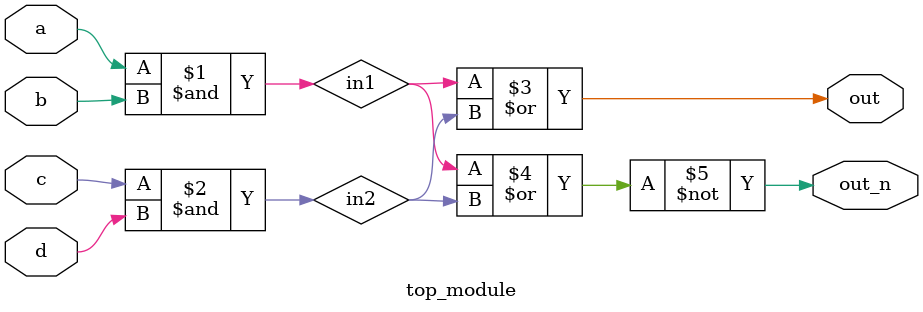
<source format=v>
`default_nettype none
module top_module(
    input a,
    input b,
    input c,
    input d,
    output out,
    output out_n   ); 
    
    wire in1,in2;
    assign in1 = a & b;
    assign in2 = c & d;
    assign out = in1 | in2;
    assign out_n = ~(in1 | in2);
    

endmodule

</source>
